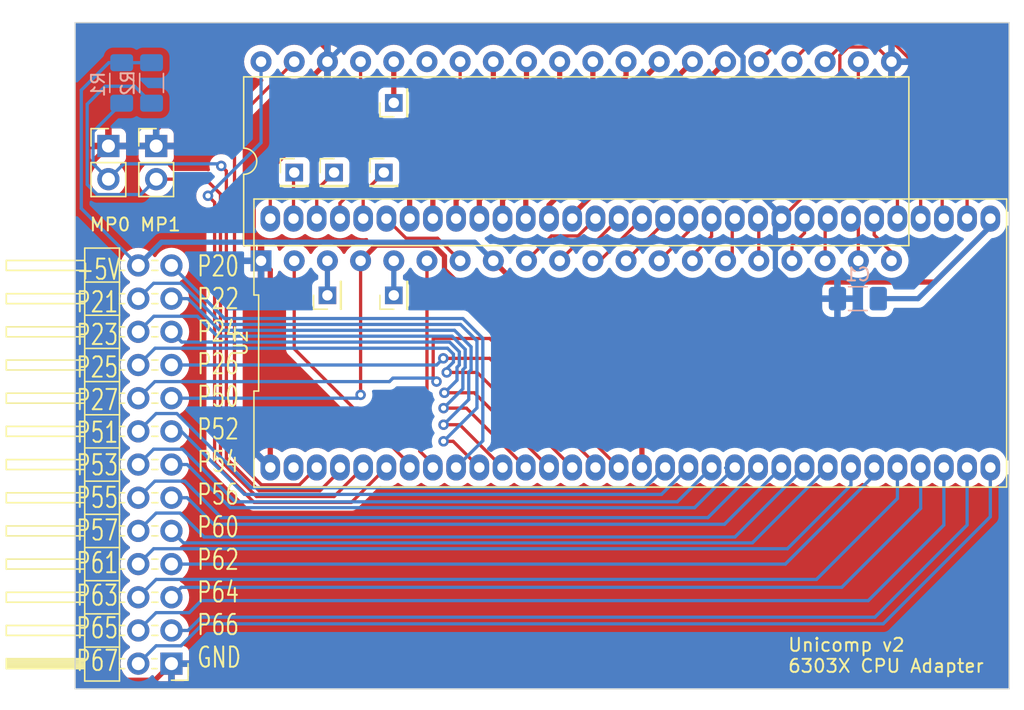
<source format=kicad_pcb>
(kicad_pcb (version 20240108) (generator "pcbnew") (generator_version "8.0")
  (layers (0 "F.Cu" signal) (31 "B.Cu" signal) (34 "B.Paste" user) (35 "F.Paste" user) (36 "B.SilkS" user "B.Silkscreen") (37 "F.SilkS" user "F.Silkscreen") (38 "B.Mask" user) (39 "F.Mask" user) (44 "Edge.Cuts" user))
  (net 0 "")
  (net 1 "+5V")
  (net 2 "GND")
  (net 3 "/P20")
  (net 4 "/P21")
  (net 5 "/P22")
  (net 6 "/~{NMI}")
  (net 7 "/~{IRQ1}")
  (net 8 "/~{RST}")
  (net 9 "/P23")
  (net 10 "/P24")
  (net 11 "/A15")
  (net 12 "/A14")
  (net 13 "/A13")
  (net 14 "/A12")
  (net 15 "/A11")
  (net 16 "/A10")
  (net 17 "/A9")
  (net 18 "/A8")
  (net 19 "/D7")
  (net 20 "/D6")
  (net 21 "/D5")
  (net 22 "/D4")
  (net 23 "/D3")
  (net 24 "/D2")
  (net 25 "/D1")
  (net 26 "/D0")
  (net 27 "/R{slash}~{W}")
  (net 28 "Net-(J6-Pin_1)")
  (net 29 "/A0")
  (net 30 "/A1")
  (net 31 "/A2")
  (net 32 "/A3")
  (net 33 "/A4")
  (net 34 "/A5")
  (net 35 "/A6")
  (net 36 "/A7")
  (net 37 "/PHI2")
  (net 38 "/CPUCLK")
  (net 39 "+5C")
  (net 40 "/MP0")
  (net 41 "/MP1")
  (net 43 "Net-(J3-Pin_1)")
  (net 44 "Net-(J4-Pin_1)")
  (net 45 "/~{HALT}")
  (net 46 "/BA")
  (net 47 "/P25")
  (net 48 "/P26")
  (net 49 "/P27")
  (net 50 "/P51")
  (net 51 "/P52")
  (net 52 "/P53")
  (net 53 "/P54")
  (net 54 "/P55")
  (net 55 "/P56")
  (net 56 "/P57")
  (net 57 "/P60")
  (net 58 "/P61")
  (net 59 "/P62")
  (net 60 "/P63")
  (net 61 "/P64")
  (net 62 "/P65")
  (net 63 "/P66")
  (net 64 "/P67")
  (net 65 "/~{LIR}")
  (net 66 "/~{WR}")
  (net 67 "/~{RD}")
  (footprint "Connector_PinHeader_2.54mm:PinHeader_1x02_P2.54mm_Vertical" (layer "F.Cu") (at 162.052 43.942)
    (property "Reference" "JP1" (hide yes))
    (property "Value" "Mode" (hide yes))
    (pad "1" thru_hole rect (at 0 0) (size 1.7 1.7) (drill 1) (layers "*.Cu" "*.Mask") (net 2 "GND"))
    (pad "2" thru_hole oval (at 0 2.54) (size 1.7 1.7) (drill 1) (layers "*.Cu" "*.Mask") (net 40 "/MP0"))
  )
  (footprint "Connector_PinHeader_2.00mm:PinHeader_1x01_P2.00mm_Vertical" (layer "F.Cu") (at 183.896 40.64 90)
    (property "Reference" "J4" (hide yes))
    (property "Value" ".")
    (pad "1" thru_hole rect (at 0 0 90) (size 1.35 1.35) (drill 0.8) (layers "*.Cu" "*.Mask") (net 44 "Net-(J4-Pin_1)"))
  )
  (footprint "Package_DIP:DIP-40_W15.24mm" (layer "F.Cu") (at 173.736 52.7304 90)
    (property "Reference" "U3" (hide yes))
    (property "Value" "MC6802")
    (pad "1" thru_hole rect (at 0 0 90) (size 1.6 1.6) (drill 0.8) (layers "*.Cu" "*.Mask") (net 2 "GND"))
    (pad "2" thru_hole oval (at 0 2.54 90) (size 1.6 1.6) (drill 0.8) (layers "*.Cu" "*.Mask") (net 45 "/~{HALT}"))
    (pad "3" thru_hole oval (at 0 5.08 90) (size 1.6 1.6) (drill 0.8) (layers "*.Cu" "*.Mask") (net 43 "Net-(J3-Pin_1)"))
    (pad "4" thru_hole oval (at 0 7.62 90) (size 1.6 1.6) (drill 0.8) (layers "*.Cu" "*.Mask") (net 7 "/~{IRQ1}"))
    (pad "5" thru_hole oval (at 0 10.16 90) (size 1.6 1.6) (drill 0.8) (layers "*.Cu" "*.Mask") (net 28 "Net-(J6-Pin_1)"))
    (pad "6" thru_hole oval (at 0 12.7 90) (size 1.6 1.6) (drill 0.8) (layers "*.Cu" "*.Mask") (net 6 "/~{NMI}"))
    (pad "7" thru_hole oval (at 0 15.24 90) (size 1.6 1.6) (drill 0.8) (layers "*.Cu" "*.Mask") (net 46 "/BA"))
    (pad "8" thru_hole oval (at 0 17.78 90) (size 1.6 1.6) (drill 0.8) (layers "*.Cu" "*.Mask") (net 1 "+5V"))
    (pad "9" thru_hole oval (at 0 20.32 90) (size 1.6 1.6) (drill 0.8) (layers "*.Cu" "*.Mask") (net 29 "/A0"))
    (pad "10" thru_hole oval (at 0 22.86 90) (size 1.6 1.6) (drill 0.8) (layers "*.Cu" "*.Mask") (net 30 "/A1"))
    (pad "11" thru_hole oval (at 0 25.4 90) (size 1.6 1.6) (drill 0.8) (layers "*.Cu" "*.Mask") (net 31 "/A2"))
    (pad "12" thru_hole oval (at 0 27.94 90) (size 1.6 1.6) (drill 0.8) (layers "*.Cu" "*.Mask") (net 32 "/A3"))
    (pad "13" thru_hole oval (at 0 30.48 90) (size 1.6 1.6) (drill 0.8) (layers "*.Cu" "*.Mask") (net 33 "/A4"))
    (pad "14" thru_hole oval (at 0 33.02 90) (size 1.6 1.6) (drill 0.8) (layers "*.Cu" "*.Mask") (net 34 "/A5"))
    (pad "15" thru_hole oval (at 0 35.56 90) (size 1.6 1.6) (drill 0.8) (layers "*.Cu" "*.Mask") (net 35 "/A6"))
    (pad "16" thru_hole oval (at 0 38.1 90) (size 1.6 1.6) (drill 0.8) (layers "*.Cu" "*.Mask") (net 36 "/A7"))
    (pad "17" thru_hole oval (at 0 40.64 90) (size 1.6 1.6) (drill 0.8) (layers "*.Cu" "*.Mask") (net 18 "/A8"))
    (pad "18" thru_hole oval (at 0 43.18 90) (size 1.6 1.6) (drill 0.8) (layers "*.Cu" "*.Mask") (net 17 "/A9"))
    (pad "19" thru_hole oval (at 0 45.72 90) (size 1.6 1.6) (drill 0.8) (layers "*.Cu" "*.Mask") (net 16 "/A10"))
    (pad "20" thru_hole oval (at 0 48.26 90) (size 1.6 1.6) (drill 0.8) (layers "*.Cu" "*.Mask") (net 15 "/A11"))
    (pad "21" thru_hole oval (at 15.24 48.26 90) (size 1.6 1.6) (drill 0.8) (layers "*.Cu" "*.Mask") (net 2 "GND"))
    (pad "22" thru_hole oval (at 15.24 45.72 90) (size 1.6 1.6) (drill 0.8) (layers "*.Cu" "*.Mask") (net 14 "/A12"))
    (pad "23" thru_hole oval (at 15.24 43.18 90) (size 1.6 1.6) (drill 0.8) (layers "*.Cu" "*.Mask") (net 13 "/A13"))
    (pad "24" thru_hole oval (at 15.24 40.64 90) (size 1.6 1.6) (drill 0.8) (layers "*.Cu" "*.Mask") (net 12 "/A14"))
    (pad "25" thru_hole oval (at 15.24 38.1 90) (size 1.6 1.6) (drill 0.8) (layers "*.Cu" "*.Mask") (net 11 "/A15"))
    (pad "26" thru_hole oval (at 15.24 35.56 90) (size 1.6 1.6) (drill 0.8) (layers "*.Cu" "*.Mask") (net 19 "/D7"))
    (pad "27" thru_hole oval (at 15.24 33.02 90) (size 1.6 1.6) (drill 0.8) (layers "*.Cu" "*.Mask") (net 20 "/D6"))
    (pad "28" thru_hole oval (at 15.24 30.48 90) (size 1.6 1.6) (drill 0.8) (layers "*.Cu" "*.Mask") (net 21 "/D5"))
    (pad "29" thru_hole oval (at 15.24 27.94 90) (size 1.6 1.6) (drill 0.8) (layers "*.Cu" "*.Mask") (net 22 "/D4"))
    (pad "30" thru_hole oval (at 15.24 25.4 90) (size 1.6 1.6) (drill 0.8) (layers "*.Cu" "*.Mask") (net 23 "/D3"))
    (pad "31" thru_hole oval (at 15.24 22.86 90) (size 1.6 1.6) (drill 0.8) (layers "*.Cu" "*.Mask") (net 24 "/D2"))
    (pad "32" thru_hole oval (at 15.24 20.32 90) (size 1.6 1.6) (drill 0.8) (layers "*.Cu" "*.Mask") (net 25 "/D1"))
    (pad "33" thru_hole oval (at 15.24 17.78 90) (size 1.6 1.6) (drill 0.8) (layers "*.Cu" "*.Mask") (net 26 "/D0"))
    (pad "34" thru_hole oval (at 15.24 15.24 90) (size 1.6 1.6) (drill 0.8) (layers "*.Cu" "*.Mask") (net 27 "/R{slash}~{W}"))
    (pad "35" thru_hole oval (at 15.24 12.7 90) (size 1.6 1.6) (drill 0.8) (layers "*.Cu" "*.Mask") (net 39 "+5C"))
    (pad "36" thru_hole oval (at 15.24 10.16 90) (size 1.6 1.6) (drill 0.8) (layers "*.Cu" "*.Mask") (net 44 "Net-(J4-Pin_1)"))
    (pad "37" thru_hole oval (at 15.24 7.62 90) (size 1.6 1.6) (drill 0.8) (layers "*.Cu" "*.Mask") (net 37 "/PHI2"))
    (pad "38" thru_hole oval (at 15.24 5.08 90) (size 1.6 1.6) (drill 0.8) (layers "*.Cu" "*.Mask") (net 2 "GND"))
    (pad "39" thru_hole oval (at 15.24 2.54 90) (size 1.6 1.6) (drill 0.8) (layers "*.Cu" "*.Mask") (net 38 "/CPUCLK"))
    (pad "40" thru_hole oval (at 15.24 0 90) (size 1.6 1.6) (drill 0.8) (layers "*.Cu" "*.Mask") (net 8 "/~{RST}"))
  )
  (footprint "Connector_PinHeader_2.54mm:PinHeader_2x13_P2.54mm_Horizontal" (layer "F.Cu") (at 166.878 83.566 180)
    (property "Reference" "J1" (hide yes))
    (property "Value" "Conn_02x13_Odd_Even" (hide yes))
    (pad "1" thru_hole rect (at 0 0 180) (size 1.7 1.7) (drill 1) (layers "*.Cu" "*.Mask") (net 2 "GND"))
    (pad "2" thru_hole oval (at 2.54 0 180) (size 1.7 1.7) (drill 1) (layers "*.Cu" "*.Mask") (net 64 "/P67"))
    (pad "3" thru_hole oval (at 0 2.54 180) (size 1.7 1.7) (drill 1) (layers "*.Cu" "*.Mask") (net 63 "/P66"))
    (pad "4" thru_hole oval (at 2.54 2.54 180) (size 1.7 1.7) (drill 1) (layers "*.Cu" "*.Mask") (net 62 "/P65"))
    (pad "5" thru_hole oval (at 0 5.08 180) (size 1.7 1.7) (drill 1) (layers "*.Cu" "*.Mask") (net 61 "/P64"))
    (pad "6" thru_hole oval (at 2.54 5.08 180) (size 1.7 1.7) (drill 1) (layers "*.Cu" "*.Mask") (net 60 "/P63"))
    (pad "7" thru_hole oval (at 0 7.62 180) (size 1.7 1.7) (drill 1) (layers "*.Cu" "*.Mask") (net 59 "/P62"))
    (pad "8" thru_hole oval (at 2.54 7.62 180) (size 1.7 1.7) (drill 1) (layers "*.Cu" "*.Mask") (net 58 "/P61"))
    (pad "9" thru_hole oval (at 0 10.16 180) (size 1.7 1.7) (drill 1) (layers "*.Cu" "*.Mask") (net 57 "/P60"))
    (pad "10" thru_hole oval (at 2.54 10.16 180) (size 1.7 1.7) (drill 1) (layers "*.Cu" "*.Mask") (net 56 "/P57"))
    (pad "11" thru_hole oval (at 0 12.7 180) (size 1.7 1.7) (drill 1) (layers "*.Cu" "*.Mask") (net 55 "/P56"))
    (pad "12" thru_hole oval (at 2.54 12.7 180) (size 1.7 1.7) (drill 1) (layers "*.Cu" "*.Mask") (net 54 "/P55"))
    (pad "13" thru_hole oval (at 0 15.24 180) (size 1.7 1.7) (drill 1) (layers "*.Cu" "*.Mask") (net 53 "/P54"))
    (pad "14" thru_hole oval (at 2.54 15.24 180) (size 1.7 1.7) (drill 1) (layers "*.Cu" "*.Mask") (net 52 "/P53"))
    (pad "15" thru_hole oval (at 0 17.78 180) (size 1.7 1.7) (drill 1) (layers "*.Cu" "*.Mask") (net 51 "/P52"))
    (pad "16" thru_hole oval (at 2.54 17.78 180) (size 1.7 1.7) (drill 1) (layers "*.Cu" "*.Mask") (net 50 "/P51"))
    (pad "17" thru_hole oval (at 0 20.32 180) (size 1.7 1.7) (drill 1) (layers "*.Cu" "*.Mask") (net 7 "/~{IRQ1}"))
    (pad "18" thru_hole oval (at 2.54 20.32 180) (size 1.7 1.7) (drill 1) (layers "*.Cu" "*.Mask") (net 49 "/P27"))
    (pad "19" thru_hole oval (at 0 22.86 180) (size 1.7 1.7) (drill 1) (layers "*.Cu" "*.Mask") (net 48 "/P26"))
    (pad "20" thru_hole oval (at 2.54 22.86 180) (size 1.7 1.7) (drill 1) (layers "*.Cu" "*.Mask") (net 47 "/P25"))
    (pad "21" thru_hole oval (at 0 25.4 180) (size 1.7 1.7) (drill 1) (layers "*.Cu" "*.Mask") (net 10 "/P24"))
    (pad "22" thru_hole oval (at 2.54 25.4 180) (size 1.7 1.7) (drill 1) (layers "*.Cu" "*.Mask") (net 9 "/P23"))
    (pad "23" thru_hole oval (at 0 27.94 180) (size 1.7 1.7) (drill 1) (layers "*.Cu" "*.Mask") (net 5 "/P22"))
    (pad "24" thru_hole oval (at 2.54 27.94 180) (size 1.7 1.7) (drill 1) (layers "*.Cu" "*.Mask") (net 4 "/P21"))
    (pad "25" thru_hole oval (at 0 30.48 180) (size 1.7 1.7) (drill 1) (layers "*.Cu" "*.Mask") (net 3 "/P20"))
    (pad "26" thru_hole oval (at 2.54 30.48 180) (size 1.7 1.7) (drill 1) (layers "*.Cu" "*.Mask") (net 1 "+5V"))
  )
  (footprint "my_own_conn:DIP-64_W19.05mm_P1.77" (layer "F.Cu") (at 174.442 68.55 90)
    (property "Reference" "U2" (at 9.525 -2.25 90) (layer "F.SilkS"))
    (property "Value" "HD6303XP")
    (pad "1" thru_hole oval (at 0 0) (size 1.5 2) (drill 0.8) (layers "*.Cu" "*.Mask") (net 2 "GND"))
    (pad "2" thru_hole oval (at 0 1.778) (size 1.5 2) (drill 0.8) (layers "*.Cu" "*.Mask"))
    (pad "3" thru_hole oval (at 0 3.556) (size 1.5 2) (drill 0.8) (layers "*.Cu" "*.Mask") (net 38 "/CPUCLK"))
    (pad "4" thru_hole oval (at 0 5.334) (size 1.5 2) (drill 0.8) (layers "*.Cu" "*.Mask") (net 40 "/MP0"))
    (pad "5" thru_hole oval (at 0 7.112) (size 1.5 2) (drill 0.8) (layers "*.Cu" "*.Mask") (net 41 "/MP1"))
    (pad "6" thru_hole oval (at 0 8.89) (size 1.5 2) (drill 0.8) (layers "*.Cu" "*.Mask") (net 8 "/~{RST}"))
    (pad "7" thru_hole oval (at 0 10.668) (size 1.5 2) (drill 0.8) (layers "*.Cu" "*.Mask") (net 45 "/~{HALT}"))
    (pad "8" thru_hole oval (at 0 12.446) (size 1.5 2) (drill 0.8) (layers "*.Cu" "*.Mask") (net 6 "/~{NMI}"))
    (pad "9" thru_hole oval (at 0 14.224) (size 1.5 2) (drill 0.8) (layers "*.Cu" "*.Mask") (net 3 "/P20"))
    (pad "10" thru_hole oval (at 0 16.002) (size 1.5 2) (drill 0.8) (layers "*.Cu" "*.Mask") (net 4 "/P21"))
    (pad "11" thru_hole oval (at 0 17.78) (size 1.5 2) (drill 0.8) (layers "*.Cu" "*.Mask") (net 5 "/P22"))
    (pad "12" thru_hole oval (at 0 19.558) (size 1.5 2) (drill 0.8) (layers "*.Cu" "*.Mask") (net 9 "/P23"))
    (pad "13" thru_hole oval (at 0 21.336) (size 1.5 2) (drill 0.8) (layers "*.Cu" "*.Mask") (net 10 "/P24"))
    (pad "14" thru_hole oval (at 0 23.114) (size 1.5 2) (drill 0.8) (layers "*.Cu" "*.Mask") (net 47 "/P25"))
    (pad "15" thru_hole oval (at 0 24.892) (size 1.5 2) (drill 0.8) (layers "*.Cu" "*.Mask") (net 48 "/P26"))
    (pad "16" thru_hole oval (at 0 26.67) (size 1.5 2) (drill 0.8) (layers "*.Cu" "*.Mask") (net 49 "/P27"))
    (pad "17" thru_hole oval (at 0 28.448) (size 1.5 2) (drill 0.8) (layers "*.Cu" "*.Mask") (net 7 "/~{IRQ1}"))
    (pad "18" thru_hole oval (at 0 30.226) (size 1.5 2) (drill 0.8) (layers "*.Cu" "*.Mask") (net 50 "/P51"))
    (pad "19" thru_hole oval (at 0 32.004) (size 1.5 2) (drill 0.8) (layers "*.Cu" "*.Mask") (net 51 "/P52"))
    (pad "20" thru_hole oval (at 0 33.782) (size 1.5 2) (drill 0.8) (layers "*.Cu" "*.Mask") (net 52 "/P53"))
    (pad "21" thru_hole oval (at 0 35.56) (size 1.5 2) (drill 0.8) (layers "*.Cu" "*.Mask") (net 53 "/P54"))
    (pad "22" thru_hole oval (at 0 37.338) (size 1.5 2) (drill 0.8) (layers "*.Cu" "*.Mask") (net 54 "/P55"))
    (pad "23" thru_hole oval (at 0 39.116) (size 1.5 2) (drill 0.8) (layers "*.Cu" "*.Mask") (net 55 "/P56"))
    (pad "24" thru_hole oval (at 0 40.894) (size 1.5 2) (drill 0.8) (layers "*.Cu" "*.Mask") (net 56 "/P57"))
    (pad "25" thru_hole oval (at 0 42.672) (size 1.5 2) (drill 0.8) (layers "*.Cu" "*.Mask") (net 57 "/P60"))
    (pad "26" thru_hole oval (at 0 44.45) (size 1.5 2) (drill 0.8) (layers "*.Cu" "*.Mask") (net 58 "/P61"))
    (pad "27" thru_hole oval (at 0 46.228) (size 1.5 2) (drill 0.8) (layers "*.Cu" "*.Mask") (net 59 "/P62"))
    (pad "28" thru_hole oval (at 0 48.006) (size 1.5 2) (drill 0.8) (layers "*.Cu" "*.Mask") (net 60 "/P63"))
    (pad "29" thru_hole oval (at 0 49.784) (size 1.5 2) (drill 0.8) (layers "*.Cu" "*.Mask") (net 61 "/P64"))
    (pad "30" thru_hole oval (at 0 51.562) (size 1.5 2) (drill 0.8) (layers "*.Cu" "*.Mask") (net 62 "/P65"))
    (pad "31" thru_hole oval (at 0 53.34) (size 1.5 2) (drill 0.8) (layers "*.Cu" "*.Mask") (net 63 "/P66"))
    (pad "32" thru_hole oval (at 0 55.118) (size 1.5 2) (drill 0.8) (layers "*.Cu" "*.Mask") (net 64 "/P67"))
    (pad "33" thru_hole oval (at 19.05 55.118) (size 1.5 2) (drill 0.8) (layers "*.Cu" "*.Mask") (net 1 "+5V"))
    (pad "34" thru_hole oval (at 19.05 53.34) (size 1.5 2) (drill 0.8) (layers "*.Cu" "*.Mask") (net 11 "/A15"))
    (pad "35" thru_hole oval (at 19.05 51.562) (size 1.5 2) (drill 0.8) (layers "*.Cu" "*.Mask") (net 12 "/A14"))
    (pad "36" thru_hole oval (at 19.05 49.784) (size 1.5 2) (drill 0.8) (layers "*.Cu" "*.Mask") (net 13 "/A13"))
    (pad "37" thru_hole oval (at 19.05 48.006) (size 1.5 2) (drill 0.8) (layers "*.Cu" "*.Mask") (net 14 "/A12"))
    (pad "38" thru_hole oval (at 19.05 46.228) (size 1.5 2) (drill 0.8) (layers "*.Cu" "*.Mask") (net 15 "/A11"))
    (pad "39" thru_hole oval (at 19.05 44.45) (size 1.5 2) (drill 0.8) (layers "*.Cu" "*.Mask") (net 16 "/A10"))
    (pad "40" thru_hole oval (at 19.05 42.672) (size 1.5 2) (drill 0.8) (layers "*.Cu" "*.Mask") (net 17 "/A9"))
    (pad "41" thru_hole oval (at 19.05 40.894) (size 1.5 2) (drill 0.8) (layers "*.Cu" "*.Mask") (net 18 "/A8"))
    (pad "42" thru_hole oval (at 19.05 39.116) (size 1.5 2) (drill 0.8) (layers "*.Cu" "*.Mask") (net 2 "GND"))
    (pad "43" thru_hole oval (at 19.05 37.338) (size 1.5 2) (drill 0.8) (layers "*.Cu" "*.Mask") (net 36 "/A7"))
    (pad "44" thru_hole oval (at 19.05 35.56) (size 1.5 2) (drill 0.8) (layers "*.Cu" "*.Mask") (net 35 "/A6"))
    (pad "45" thru_hole oval (at 19.05 33.782) (size 1.5 2) (drill 0.8) (layers "*.Cu" "*.Mask") (net 34 "/A5"))
    (pad "46" thru_hole oval (at 19.05 32.004) (size 1.5 2) (drill 0.8) (layers "*.Cu" "*.Mask") (net 33 "/A4"))
    (pad "47" thru_hole oval (at 19.05 30.226) (size 1.5 2) (drill 0.8) (layers "*.Cu" "*.Mask") (net 32 "/A3"))
    (pad "48" thru_hole oval (at 19.05 28.448) (size 1.5 2) (drill 0.8) (layers "*.Cu" "*.Mask") (net 31 "/A2"))
    (pad "49" thru_hole oval (at 19.05 26.67) (size 1.5 2) (drill 0.8) (layers "*.Cu" "*.Mask") (net 30 "/A1"))
    (pad "50" thru_hole oval (at 19.05 24.892) (size 1.5 2) (drill 0.8) (layers "*.Cu" "*.Mask") (net 29 "/A0"))
    (pad "51" thru_hole oval (at 19.05 23.114) (size 1.5 2) (drill 0.8) (layers "*.Cu" "*.Mask") (net 19 "/D7"))
    (pad "52" thru_hole oval (at 19.05 21.336) (size 1.5 2) (drill 0.8) (layers "*.Cu" "*.Mask") (net 20 "/D6"))
    (pad "53" thru_hole oval (at 19.05 19.558) (size 1.5 2) (drill 0.8) (layers "*.Cu" "*.Mask") (net 21 "/D5"))
    (pad "54" thru_hole oval (at 19.05 17.78) (size 1.5 2) (drill 0.8) (layers "*.Cu" "*.Mask") (net 22 "/D4"))
    (pad "55" thru_hole oval (at 19.05 16.002) (size 1.5 2) (drill 0.8) (layers "*.Cu" "*.Mask") (net 23 "/D3"))
    (pad "56" thru_hole oval (at 19.05 14.224) (size 1.5 2) (drill 0.8) (layers "*.Cu" "*.Mask") (net 24 "/D2"))
    (pad "57" thru_hole oval (at 19.05 12.446) (size 1.5 2) (drill 0.8) (layers "*.Cu" "*.Mask") (net 25 "/D1"))
    (pad "58" thru_hole oval (at 19.05 10.668) (size 1.5 2) (drill 0.8) (layers "*.Cu" "*.Mask") (net 26 "/D0"))
    (pad "59" thru_hole oval (at 19.05 8.89) (size 1.5 2) (drill 0.8) (layers "*.Cu" "*.Mask") (net 46 "/BA"))
    (pad "60" thru_hole oval (at 19.05 7.112) (size 1.5 2) (drill 0.8) (layers "*.Cu" "*.Mask") (net 65 "/~{LIR}"))
    (pad "61" thru_hole oval (at 19.05 5.334) (size 1.5 2) (drill 0.8) (layers "*.Cu" "*.Mask") (net 27 "/R{slash}~{W}"))
    (pad "62" thru_hole oval (at 19.05 3.556) (size 1.5 2) (drill 0.8) (layers "*.Cu" "*.Mask") (net 66 "/~{WR}"))
    (pad "63" thru_hole oval (at 19.05 1.778) (size 1.5 2) (drill 0.8) (layers "*.Cu" "*.Mask") (net 67 "/~{RD}"))
    (pad "64" thru_hole oval (at 19.05 0) (size 1.5 2) (drill 0.8) (layers "*.Cu" "*.Mask") (net 37 "/PHI2"))
  )
  (footprint "Connector_PinHeader_2.54mm:PinHeader_1x02_P2.54mm_Vertical" (layer "F.Cu") (at 165.7096 43.942)
    (property "Reference" "JP2" (hide yes))
    (property "Value" "Mode" (hide yes))
    (pad "1" thru_hole rect (at 0 0) (size 1.7 1.7) (drill 1) (layers "*.Cu" "*.Mask") (net 2 "GND"))
    (pad "2" thru_hole oval (at 0 2.54) (size 1.7 1.7) (drill 1) (layers "*.Cu" "*.Mask") (net 41 "/MP1"))
  )
  (footprint "Connector_PinHeader_2.00mm:PinHeader_1x01_P2.00mm_Vertical" (layer "F.Cu") (at 183.134 45.974)
    (property "Reference" "J7" (hide yes))
    (property "Value" ".")
    (pad "1" thru_hole rect (at 0 0) (size 1.35 1.35) (drill 0.8) (layers "*.Cu" "*.Mask") (net 65 "/~{LIR}"))
  )
  (footprint "Connector_PinHeader_2.00mm:PinHeader_1x01_P2.00mm_Vertical" (layer "F.Cu") (at 183.896 55.372 90)
    (property "Reference" "J6" (hide yes))
    (property "Value" ".")
    (pad "1" thru_hole rect (at 0 0 90) (size 1.35 1.35) (drill 0.8) (layers "*.Cu" "*.Mask") (net 28 "Net-(J6-Pin_1)"))
  )
  (footprint "Connector_PinHeader_2.00mm:PinHeader_1x01_P2.00mm_Vertical" (layer "F.Cu") (at 179.324 45.974)
    (property "Reference" "J9" (hide yes))
    (property "Value" ".")
    (pad "1" thru_hole rect (at 0 0) (size 1.35 1.35) (drill 0.8) (layers "*.Cu" "*.Mask") (net 66 "/~{WR}"))
  )
  (footprint "Connector_PinHeader_2.00mm:PinHeader_1x01_P2.00mm_Vertical" (layer "F.Cu") (at 176.276 45.974)
    (property "Reference" "J8" (hide yes))
    (property "Value" ".")
    (pad "1" thru_hole rect (at 0 0) (size 1.35 1.35) (drill 0.8) (layers "*.Cu" "*.Mask") (net 67 "/~{RD}"))
  )
  (footprint "Connector_PinHeader_2.00mm:PinHeader_1x01_P2.00mm_Vertical" (layer "F.Cu") (at 178.816 55.372 90)
    (property "Reference" "J3" (hide yes))
    (property "Value" ".")
    (pad "1" thru_hole rect (at 0 0 90) (size 1.35 1.35) (drill 0.8) (layers "*.Cu" "*.Mask") (net 43 "Net-(J3-Pin_1)"))
  )
  (footprint "Capacitor_SMD:C_1206_3216Metric_Pad1.33x1.80mm_HandSolder" (layer "B.Cu") (at 219.4175 55.626 180)
    (property "Reference" "C1" (at 0 1.85 0) (layer "B.SilkS") (effects (justify mirror)))
    (property "Value" "100n" (hide yes))
    (pad "1" smd roundrect (at -1.5625 0 180) (size 1.325 1.8) (layers "B.Cu" "B.Paste" "B.Mask") (roundrect_rratio 0.1886792453) (net 1 "+5V"))
    (pad "2" smd roundrect (at 1.5625 0 180) (size 1.325 1.8) (layers "B.Cu" "B.Paste" "B.Mask") (roundrect_rratio 0.1886792453) (net 2 "GND"))
  )
  (footprint "Resistor_SMD:R_1206_3216Metric_Pad1.30x1.75mm_HandSolder" (layer "B.Cu") (at 163.068 39.116 -90)
    (property "Reference" "R1" (at 0.1156 1.8064 90) (layer "B.SilkS") (effects (justify mirror)))
    (property "Value" "22k")
    (pad "1" smd roundrect (at -1.55 0 270) (size 1.3 1.75) (layers "B.Cu" "B.Paste" "B.Mask") (roundrect_rratio 0.1923076923) (net 1 "+5V"))
    (pad "2" smd roundrect (at 1.55 0 270) (size 1.3 1.75) (layers "B.Cu" "B.Paste" "B.Mask") (roundrect_rratio 0.1923076923) (net 40 "/MP0"))
  )
  (footprint "Resistor_SMD:R_1206_3216Metric_Pad1.30x1.75mm_HandSolder" (layer "B.Cu") (at 165.354 39.116 -90)
    (property "Reference" "R2" (at 0 1.82 90) (layer "B.SilkS") (effects (justify mirror)))
    (property "Value" "22k")
    (pad "1" smd roundrect (at -1.55 0 270) (size 1.3 1.75) (layers "B.Cu" "B.Paste" "B.Mask") (roundrect_rratio 0.1923076923) (net 1 "+5V"))
    (pad "2" smd roundrect (at 1.55 0 270) (size 1.3 1.75) (layers "B.Cu" "B.Paste" "B.Mask") (roundrect_rratio 0.1923076923) (net 41 "/MP1"))
  )
  (gr_rect (start 159.5 34.5) (end 231 85.5) (stroke (width 0.1)) (fill none) (layer "Edge.Cuts"))
  (gr_text "MP0 MP1\n" (at 160.528 50.541 0) (layer "F.SilkS") (effects (font (size 1 1)) (justify left bottom)))
  (gr_text "+5V\nP21\nP23\nP25\nP27\nP51\nP53\nP55\nP57\nP61\nP63\nP65\nP67" (at 159.5 84.25 0) (layer "F.SilkS") (effects (font (size 1.55 1.1)) (justify left bottom)))
  (gr_text "Unicomp v2\n6303X CPU Adapter" (at 213.995 84.328 0) (layer "F.SilkS") (effects (font (size 1 1)) (justify left bottom)))
  (gr_text "P20\nP22\nP24\nP26\nP50\nP52\nP54\nP56\nP60\nP62\nP64\nP66\nGND\n" (at 168.75 84 0) (layer "F.SilkS") (effects (font (size 1.55 1.1)) (justify left bottom)))
  (segment (start 225.298 54.356) (end 229.56 50.094) (width 0.4) (layer "F.Cu") (net 1))
  (segment (start 191.516 52.7304) (end 193.1416 54.356) (width 0.4) (layer "F.Cu") (net 1))
  (segment (start 193.1416 54.356) (end 225.298 54.356) (width 0.4) (layer "F.Cu") (net 1))
  (segment (start 229.56 50.094) (end 229.56 49.5) (width 0.4) (layer "F.Cu") (net 1))
  (segment (start 163.068 37.566) (end 162.078 37.566) (width 0.25) (layer "B.Cu") (net 1))
  (segment (start 229.56 50.094) (end 229.56 49.5) (width 0.4) (layer "B.Cu") (net 1))
  (segment (start 159.977 48.725) (end 164.338 53.086) (width 0.25) (layer "B.Cu") (net 1))
  (segment (start 220.98 55.626) (end 224.028 55.626) (width 0.4) (layer "B.Cu") (net 1))
  (segment (start 163.068 37.566) (end 165.354 37.566) (width 0.25) (layer "B.Cu") (net 1))
  (segment (start 164.338 53.086) (end 166.116 51.308) (width 0.4) (layer "B.Cu") (net 1))
  (segment (start 166.116 51.308) (end 190.0936 51.308) (width 0.4) (layer "B.Cu") (net 1))
  (segment (start 190.0936 51.308) (end 191.516 52.7304) (width 0.4) (layer "B.Cu") (net 1))
  (segment (start 162.078 37.566) (end 159.977 39.667) (width 0.25) (layer "B.Cu") (net 1))
  (segment (start 159.977 39.667) (end 159.977 48.725) (width 0.25) (layer "B.Cu") (net 1))
  (segment (start 224.028 55.626) (end 229.56 50.094) (width 0.4) (layer "B.Cu") (net 1))
  (segment (start 163.322 84.836) (end 160.528 82.042) (width 0.4) (layer "F.Cu") (net 2))
  (segment (start 178.816 36.576) (end 178.816 37.4904) (width 0.4) (layer "F.Cu") (net 2))
  (segment (start 174.442 53.4364) (end 173.736 52.7304) (width 0.4) (layer "F.Cu") (net 2))
  (segment (start 178.054 35.814) (end 178.816 36.576) (width 0.4) (layer "F.Cu") (net 2))
  (segment (start 174.442 68.55) (end 174.442 53.4364) (width 0.4) (layer "F.Cu") (net 2))
  (segment (start 218.041 37.001796) (end 218.041 45.017) (width 0.25) (layer "F.Cu") (net 2))
  (segment (start 165.7096 43.942) (end 165.7096 42.692) (width 0.4) (layer "F.Cu") (net 2))
  (segment (start 160.528 45.466) (end 162.052 43.942) (width 0.4) (layer "F.Cu") (net 2))
  (segment (start 165.608 84.836) (end 163.322 84.836) (width 0.4) (layer "F.Cu") (net 2))
  (segment (start 220.871 36.3654) (end 218.677396 36.3654) (width 0.25) (layer "F.Cu") (net 2))
  (segment (start 178.816 37.4904) (end 173.136 43.1704) (width 0.4) (layer "F.Cu") (net 2))
  (segment (start 218.041 45.017) (end 213.558 49.5) (width 0.25) (layer "F.Cu") (net 2))
  (segment (start 162.052 43.942) (end 165.7096 43.942) (width 0.4) (layer "F.Cu") (net 2))
  (segment (start 165.7096 42.692) (end 172.5876 35.814) (width 0.4) (layer "F.Cu") (net 2))
  (segment (start 160.528 82.042) (end 160.528 45.466) (width 0.4) (layer "F.Cu") (net 2))
  (segment (start 166.878 83.566) (end 165.608 84.836) (width 0.4) (layer "F.Cu") (net 2))
  (segment (start 173.136 43.1704) (end 173.136 52.1304) (width 0.4) (layer "F.Cu") (net 2))
  (segment (start 218.677396 36.3654) (end 218.041 37.001796) (width 0.25) (layer "F.Cu") (net 2))
  (segment (start 173.136 52.1304) (end 173.736 52.7304) (width 0.4) (layer "F.Cu") (net 2))
  (segment (start 221.996 37.4904) (end 220.871 36.3654) (width 0.25) (layer "F.Cu") (net 2))
  (segment (start 172.5876 35.814) (end 178.054 35.814) (width 0.4) (layer "F.Cu") (net 2))
  (segment (start 180.4924 35.814) (end 209.316657 35.814) (width 0.4) (layer "B.Cu") (net 2))
  (segment (start 213.106 49.952) (end 213.558 49.5) (width 0.4) (layer "B.Cu") (net 2))
  (segment (start 217.855 55.626) (end 215.434543 55.626) (width 0.4) (layer "B.Cu") (net 2))
  (segment (start 215.434543 55.626) (end 213.106 53.297457) (width 0.4) (layer "B.Cu") (net 2))
  (segment (start 213.558 49.25) (end 213.558 49.5) (width 0.4) (layer "B.Cu") (net 2))
  (segment (start 210.636 37.133343) (end 210.636 46.328) (width 0.4) (layer "B.Cu") (net 2))
  (segment (start 209.316657 35.814) (end 210.636 37.133343) (width 0.4) (layer "B.Cu") (net 2))
  (segment (start 213.106 53.297457) (end 213.106 49.952) (width 0.4) (layer "B.Cu") (net 2))
  (segment (start 210.636 46.328) (end 213.558 49.25) (width 0.4) (layer "B.Cu") (net 2))
  (segment (start 178.816 37.4904) (end 180.4924 35.814) (width 0.4) (layer "B.Cu") (net 2))
  (segment (start 166.878 53.086) (end 170.942 57.15) (width 0.25) (layer "B.Cu") (net 3))
  (segment (start 170.942 57.15) (end 189.189996 57.15) (width 0.25) (layer "B.Cu") (net 3))
  (segment (start 190.711999 58.672003) (end 190.711999 66.504001) (width 0.25) (layer "B.Cu") (net 3))
  (segment (start 189.189996 57.15) (end 190.711999 58.672003) (width 0.25) (layer "B.Cu") (net 3))
  (segment (start 190.711999 66.504001) (end 188.666 68.55) (width 0.25) (layer "B.Cu") (net 3))
  (segment (start 187.706 66.548) (end 188.442 66.548) (width 0.25) (layer "F.Cu") (net 4))
  (segment (start 188.442 66.548) (end 190.444 68.55) (width 0.25) (layer "F.Cu") (net 4))
  (via (at 187.706 66.548) (size 0.8) (drill 0.4) (layers "F.Cu" "B.Cu") (net 4))
  (segment (start 165.513 54.451) (end 167.606604 54.451) (width 0.25) (layer "B.Cu") (net 4))
  (segment (start 190.261999 63.992001) (end 187.706 66.548) (width 0.25) (layer "B.Cu") (net 4))
  (segment (start 170.755604 57.6) (end 189.0036 57.6) (width 0.25) (layer "B.Cu") (net 4))
  (segment (start 164.338 55.626) (end 165.513 54.451) (width 0.25) (layer "B.Cu") (net 4))
  (segment (start 190.261999 58.858399) (end 190.261999 63.992001) (width 0.25) (layer "B.Cu") (net 4))
  (segment (start 167.606604 54.451) (end 170.755604 57.6) (width 0.25) (layer "B.Cu") (net 4))
  (segment (start 189.0036 57.6) (end 190.261999 58.858399) (width 0.25) (layer "B.Cu") (net 4))
  (segment (start 188.95 65.278) (end 187.706 65.278) (width 0.25) (layer "F.Cu") (net 5))
  (segment (start 192.222 68.55) (end 188.95 65.278) (width 0.25) (layer "F.Cu") (net 5))
  (via (at 187.706 65.278) (size 0.8) (drill 0.4) (layers "F.Cu" "B.Cu") (net 5))
  (segment (start 189.635 63.349) (end 187.706 65.278) (width 0.25) (layer "B.Cu") (net 5))
  (segment (start 189.635 61.255203) (end 189.635 63.349) (width 0.25) (layer "B.Cu") (net 5))
  (segment (start 188.544203 58.05) (end 189.811999 59.317796) (width 0.25) (layer "B.Cu") (net 5))
  (segment (start 166.878 55.626) (end 168.145208 55.626) (width 0.25) (layer "B.Cu") (net 5))
  (segment (start 168.145208 55.626) (end 170.569208 58.05) (width 0.25) (layer "B.Cu") (net 5))
  (segment (start 189.811999 61.078204) (end 189.635 61.255203) (width 0.25) (layer "B.Cu") (net 5))
  (segment (start 189.811999 59.317796) (end 189.811999 61.078204) (width 0.25) (layer "B.Cu") (net 5))
  (segment (start 170.569208 58.05) (end 188.544203 58.05) (width 0.25) (layer "B.Cu") (net 5))
  (segment (start 185.888 67.3) (end 185.888 63.494412) (width 0.25) (layer "F.Cu") (net 6))
  (segment (start 186.436 62.946412) (end 186.436 52.7304) (width 0.25) (layer "F.Cu") (net 6))
  (segment (start 186.888 68.3) (end 185.888 67.3) (width 0.25) (layer "F.Cu") (net 6))
  (segment (start 185.888 63.494412) (end 186.436 62.946412) (width 0.25) (layer "F.Cu") (net 6))
  (segment (start 186.888 68.55) (end 186.888 68.3) (width 0.25) (layer "F.Cu") (net 6))
  (segment (start 187.776 52.373343) (end 187.776 53.41) (width 0.4) (layer "F.Cu") (net 7))
  (segment (start 181.356 52.7304) (end 181.356 62.992) (width 0.25) (layer "F.Cu") (net 7))
  (segment (start 187.776 53.41) (end 189.484 55.118) (width 0.4) (layer "F.Cu") (net 7))
  (segment (start 181.356 52.7304) (end 182.556 51.5304) (width 0.4) (layer "F.Cu") (net 7))
  (segment (start 202.89 56.84) (end 202.89 68.55) (width 0.4) (layer "F.Cu") (net 7))
  (segment (start 182.556 51.5304) (end 186.933057 51.5304) (width 0.4) (layer "F.Cu") (net 7))
  (segment (start 186.933057 51.5304) (end 187.776 52.373343) (width 0.4) (layer "F.Cu") (net 7))
  (segment (start 201.168 55.118) (end 202.89 56.84) (width 0.4) (layer "F.Cu") (net 7))
  (segment (start 189.484 55.118) (end 201.168 55.118) (width 0.4) (layer "F.Cu") (net 7))
  (via (at 181.356 62.992) (size 0.8) (drill 0.4) (layers "F.Cu" "B.Cu") (net 7))
  (segment (start 181.102 63.246) (end 181.356 62.992) (width 0.25) (layer "B.Cu") (net 7))
  (segment (start 166.878 63.246) (end 181.102 63.246) (width 0.25) (layer "B.Cu") (net 7))
  (segment (start 170.18 68.203188) (end 170.18 48.26) (width 0.25) (layer "F.Cu") (net 8))
  (segment (start 183.332 68.55) (end 180.657 71.225) (width 0.25) (layer "F.Cu") (net 8))
  (segment (start 173.201812 71.225) (end 170.18 68.203188) (width 0.25) (layer "F.Cu") (net 8))
  (segment (start 180.657 71.225) (end 173.201812 71.225) (width 0.25) (layer "F.Cu") (net 8))
  (segment (start 170.18 48.26) (end 169.672 47.752) (width 0.25) (layer "F.Cu") (net 8))
  (via (at 169.672 47.752) (size 0.8) (drill 0.4) (layers "F.Cu" "B.Cu") (net 8))
  (segment (start 169.672 47.752) (end 173.736 43.688) (width 0.25) (layer "B.Cu") (net 8))
  (segment (start 173.736 43.688) (end 173.736 37.4904) (width 0.25) (layer "B.Cu") (net 8))
  (segment (start 187.706 64.008) (end 189.458 64.008) (width 0.25) (layer "F.Cu") (net 9))
  (segment (start 189.458 64.008) (end 194 68.55) (width 0.25) (layer "F.Cu") (net 9))
  (via (at 187.706 64.008) (size 0.8) (drill 0.4) (layers "F.Cu" "B.Cu") (net 9))
  (segment (start 189.361999 59.504192) (end 189.361999 60.891808) (width 0.25) (layer "B.Cu") (net 9))
  (segment (start 164.338 58.166) (end 165.528 56.976) (width 0.25) (layer "B.Cu") (net 9))
  (segment (start 168.858812 56.976) (end 170.382812 58.5) (width 0.25) (layer "B.Cu") (net 9))
  (segment (start 188.357807 58.5) (end 189.361999 59.504192) (width 0.25) (layer "B.Cu") (net 9))
  (segment (start 189.361999 60.891808) (end 189.185 61.068807) (width 0.25) (layer "B.Cu") (net 9))
  (segment (start 189.185 61.068807) (end 189.185 62.529) (width 0.25) (layer "B.Cu") (net 9))
  (segment (start 170.382812 58.5) (end 188.357807 58.5) (width 0.25) (layer "B.Cu") (net 9))
  (segment (start 165.528 56.976) (end 168.858812 56.976) (width 0.25) (layer "B.Cu") (net 9))
  (segment (start 189.185 62.529) (end 187.706 64.008) (width 0.25) (layer "B.Cu") (net 9))
  (segment (start 190.059644 62.831644) (end 187.772216 62.831644) (width 0.25) (layer "F.Cu") (net 10))
  (segment (start 195.778 68.55) (end 190.059644 62.831644) (width 0.25) (layer "F.Cu") (net 10))
  (via (at 187.772216 62.831644) (size 0.8) (drill 0.4) (layers "F.Cu" "B.Cu") (net 10))
  (segment (start 188.911999 59.690588) (end 188.911999 60.705412) (width 0.25) (layer "B.Cu") (net 10))
  (segment (start 188.735 61.86886) (end 187.772216 62.831644) (width 0.25) (layer "B.Cu") (net 10))
  (segment (start 166.878 58.166) (end 167.662 58.95) (width 0.25) (layer "B.Cu") (net 10))
  (segment (start 188.735 60.882411) (end 188.735 61.86886) (width 0.25) (layer "B.Cu") (net 10))
  (segment (start 167.662 58.95) (end 188.171411 58.95) (width 0.25) (layer "B.Cu") (net 10))
  (segment (start 188.911999 60.705412) (end 188.735 60.882411) (width 0.25) (layer "B.Cu") (net 10))
  (segment (start 188.171411 58.95) (end 188.911999 59.690588) (width 0.25) (layer "B.Cu") (net 10))
  (segment (start 222.885 34.925) (end 214.4014 34.925) (width 0.25) (layer "F.Cu") (net 11))
  (segment (start 227.782 39.822) (end 222.885 34.925) (width 0.25) (layer "F.Cu") (net 11))
  (segment (start 214.4014 34.925) (end 211.836 37.4904) (width 0.25) (layer "F.Cu") (net 11))
  (segment (start 227.782 49.5) (end 227.782 39.822) (width 0.25) (layer "F.Cu") (net 11))
  (segment (start 225.875 38.677) (end 225.875 49.5) (width 0.25) (layer "F.Cu") (net 12))
  (segment (start 216.4914 35.375) (end 222.573 35.375) (width 0.25) (layer "F.Cu") (net 12))
  (segment (start 214.376 37.4904) (end 216.4914 35.375) (width 0.25) (layer "F.Cu") (net 12))
  (segment (start 222.573 35.375) (end 225.875 38.677) (width 0.25) (layer "F.Cu") (net 12))
  (segment (start 221.921591 35.825) (end 218.5814 35.825) (width 0.25) (layer "F.Cu") (net 13))
  (segment (start 224.226 49.5) (end 224.226 38.129409) (width 0.25) (layer "F.Cu") (net 13))
  (segment (start 218.5814 35.825) (end 216.916 37.4904) (width 0.25) (layer "F.Cu") (net 13))
  (segment (start 224.226 38.129409) (end 221.921591 35.825) (width 0.25) (layer "F.Cu") (net 13))
  (segment (start 222.448 49.5) (end 222.448 42.87) (width 0.25) (layer "F.Cu") (net 14))
  (segment (start 219.456 39.878) (end 219.456 37.4904) (width 0.25) (layer "F.Cu") (net 14))
  (segment (start 222.448 42.87) (end 219.456 39.878) (width 0.25) (layer "F.Cu") (net 14))
  (segment (start 221.996 52.7304) (end 221.996 52.07) (width 0.25) (layer "F.Cu") (net 15))
  (segment (start 220.67 50.744) (end 220.67 49.5) (width 0.25) (layer "F.Cu") (net 15))
  (segment (start 221.996 52.07) (end 220.67 50.744) (width 0.25) (layer "F.Cu") (net 15))
  (segment (start 219.456 52.7304) (end 219.456 50.064) (width 0.25) (layer "F.Cu") (net 16))
  (segment (start 219.456 50.064) (end 218.892 49.5) (width 0.25) (layer "F.Cu") (net 16))
  (segment (start 216.916 52.7304) (end 216.916 49.698) (width 0.25) (layer "F.Cu") (net 17))
  (segment (start 216.916 49.698) (end 217.114 49.5) (width 0.25) (layer "F.Cu") (net 17))
  (segment (start 215.336 50.602) (end 215.336 49.5) (width 0.25) (layer "F.Cu") (net 18))
  (segment (start 214.376 51.562) (end 215.336 50.602) (width 0.25) (layer "F.Cu") (net 18))
  (segment (start 214.376 52.7304) (end 214.376 51.562) (width 0.25) (layer "F.Cu") (net 18))
  (segment (start 197.556 49.5) (end 197.556 49.2304) (width 0.4) (layer "F.Cu") (net 19))
  (segment (start 197.556 49.2304) (end 209.296 37.4904) (width 0.4) (layer "F.Cu") (net 19))
  (segment (start 195.778 49.5) (end 195.778 48.4684) (width 0.4) (layer "F.Cu") (net 20))
  (segment (start 195.778 48.4684) (end 206.756 37.4904) (width 0.4) (layer "F.Cu") (net 20))
  (segment (start 194 47.808) (end 204.216 37.592) (width 0.4) (layer "F.Cu") (net 21))
  (segment (start 204.216 37.592) (end 204.216 37.4904) (width 0.4) (layer "F.Cu") (net 21))
  (segment (start 194 49.5) (end 194 47.808) (width 0.4) (layer "F.Cu") (net 21))
  (segment (start 192.222 49.5) (end 192.222 48.062) (width 0.4) (layer "F.Cu") (net 22))
  (segment (start 192.222 48.062) (end 201.676 38.608) (width 0.4) (layer "F.Cu") (net 22))
  (segment (start 201.676 38.608) (end 201.676 37.4904) (width 0.4) (layer "F.Cu") (net 22))
  (segment (start 190.444 49.5) (end 190.444 48.062) (width 0.4) (layer "F.Cu") (net 23))
  (segment (start 190.444 48.062) (end 199.136 39.37) (width 0.4) (layer "F.Cu") (net 23))
  (segment (start 199.136 39.37) (end 199.136 37.4904) (width 0.4) (layer "F.Cu") (net 23))
  (segment (start 188.666 49.5) (end 188.666 48.062) (width 0.4) (layer "F.Cu") (net 24))
  (segment (start 196.596 40.132) (end 196.596 37.4904) (width 0.4) (layer "F.Cu") (net 24))
  (segment (start 188.666 48.062) (end 196.596 40.132) (width 0.4) (layer "F.Cu") (net 24))
  (segment (start 186.888 47.3) (end 194.056 40.132) (width 0.4) (layer "F.Cu") (net 25))
  (segment (start 194.056 40.132) (end 194.056 37.4904) (width 0.4) (layer "F.Cu") (net 25))
  (segment (start 186.888 49.5) (end 186.888 47.3) (width 0.4) (layer "F.Cu") (net 25))
  (segment (start 191.516 40.386) (end 191.516 37.4904) (width 0.4) (layer "F.Cu") (net 26))
  (segment (start 185.11 49.5) (end 185.11 46.792) (width 0.4) (layer "F.Cu") (net 26))
  (segment (start 185.11 46.792) (end 191.516 40.386) (width 0.4) (layer "F.Cu") (net 26))
  (segment (start 181.102 46.99) (end 181.102 44.196) (width 0.25) (layer "F.Cu") (net 27))
  (segment (start 179.776 48.316) (end 181.102 46.99) (width 0.25) (layer "F.Cu") (net 27))
  (segment (start 186.182 43.18) (end 188.976 40.386) (width 0.25) (layer "F.Cu") (net 27))
  (segment (start 188.976 40.386) (end 188.976 37.4904) (width 0.25) (layer "F.Cu") (net 27))
  (segment (start 181.102 44.196) (end 182.118 43.18) (width 0.25) (layer "F.Cu") (net 27))
  (segment (start 182.118 43.18) (end 186.182 43.18) (width 0.25) (layer "F.Cu") (net 27))
  (segment (start 179.776 49.5) (end 179.776 48.316) (width 0.25) (layer "F.Cu") (net 27))
  (segment (start 183.896 55.372) (end 183.896 52.7304) (width 0.4) (layer "B.Cu") (net 28))
  (segment (start 199.334 49.5) (end 198.009 50.825) (width 0.25) (layer "F.Cu") (net 29))
  (segment (start 198.009 50.825) (end 195.9614 50.825) (width 0.25) (layer "F.Cu") (net 29))
  (segment (start 195.9614 50.825) (end 194.056 52.7304) (width 0.25) (layer "F.Cu") (net 29))
  (segment (start 199.304 51.308) (end 198.0184 51.308) (width 0.25) (layer "F.Cu") (net 30))
  (segment (start 198.0184 51.308) (end 196.596 52.7304) (width 0.25) (layer "F.Cu") (net 30))
  (segment (start 201.112 49.5) (end 199.304 51.308) (width 0.25) (layer "F.Cu") (net 30))
  (segment (start 202.89 49.5) (end 199.6596 52.7304) (width 0.25) (layer "F.Cu") (net 31))
  (segment (start 199.6596 52.7304) (end 199.136 52.7304) (width 0.25) (layer "F.Cu") (net 31))
  (segment (start 201.676 52.7304) (end 204.668 49.7384) (width 0.25) (layer "F.Cu") (net 32))
  (segment (start 204.668 49.7384) (end 204.668 49.5) (width 0.25) (layer "F.Cu") (net 32))
  (segment (start 206.446 50.5004) (end 206.446 49.5) (width 0.25) (layer "F.Cu") (net 33))
  (segment (start 204.216 52.7304) (end 206.446 50.5004) (width 0.25) (layer "F.Cu") (net 33))
  (segment (start 206.756 52.324) (end 208.224 50.856) (width 0.25) (layer "F.Cu") (net 34))
  (segment (start 206.756 52.7304) (end 206.756 52.324) (width 0.25) (layer "F.Cu") (net 34))
  (segment (start 208.224 50.856) (end 208.224 49.5) (width 0.25) (layer "F.Cu") (net 34))
  (segment (start 209.296 52.7304) (end 209.804 52.2224) (width 0.25) (layer "F.Cu") (net 35))
  (segment (start 209.804 49.698) (end 210.002 49.5) (width 0.25) (layer "F.Cu") (net 35))
  (segment (start 209.804 52.2224) (end 209.804 49.698) (width 0.25) (layer "F.Cu") (net 35))
  (segment (start 211.836 52.7304) (end 211.836 49.556) (width 0.25) (layer "F.Cu") (net 36))
  (segment (start 211.836 49.556) (end 211.78 49.5) (width 0.25) (layer "F.Cu") (net 36))
  (segment (start 174.442 45.808) (end 181.356 38.894) (width 0.25) (layer "F.Cu") (net 37))
  (segment (start 174.442 49.5) (end 174.442 45.808) (width 0.25) (layer "F.Cu") (net 37))
  (segment (start 181.356 38.894) (end 181.356 37.4904) (width 0.25) (layer "F.Cu") (net 37))
  (segment (start 173.761 69.875) (end 171.704 67.818) (width 0.25) (layer "F.Cu") (net 38))
  (segment (start 177.998 68.55) (end 176.673 69.875) (width 0.25) (layer "F.Cu") (net 38))
  (segment (start 176.673 69.875) (end 173.761 69.875) (width 0.25) (layer "F.Cu") (net 38))
  (segment (start 171.704 42.0624) (end 176.276 37.4904) (width 0.25) (layer "F.Cu") (net 38))
  (segment (start 171.704 67.818) (end 171.704 42.0624) (width 0.25) (layer "F.Cu") (net 38))
  (segment (start 179.776 68.8) (end 178.251 70.325) (width 0.25) (layer "F.Cu") (net 40))
  (segment (start 179.776 68.55) (end 179.776 68.8) (width 0.25) (layer "F.Cu") (net 40))
  (segment (start 173.574604 70.325) (end 171.08 67.830396) (width 0.25) (layer "F.Cu") (net 40))
  (segment (start 178.251 70.325) (end 173.574604 70.325) (width 0.25) (layer "F.Cu") (net 40))
  (segment (start 171.08 45.858) (end 170.688 45.466) (width 0.25) (layer "F.Cu") (net 40))
  (segment (start 171.08 67.830396) (end 171.08 45.858) (width 0.25) (layer "F.Cu") (net 40))
  (via (at 170.688 45.466) (size 0.8) (drill 0.4) (layers "F.Cu" "B.Cu") (net 40))
  (segment (start 170.688 45.466) (end 170.529 45.307) (width 0.25) (layer "B.Cu") (net 40))
  (segment (start 162.052 46.482) (end 160.877 45.307) (width 0.25) (layer "B.Cu") (net 40))
  (segment (start 160.877 42.857) (end 163.068 40.666) (width 0.25) (layer "B.Cu") (net 40))
  (segment (start 163.227 45.307) (end 162.052 46.482) (width 0.25) (layer "B.Cu") (net 40))
  (segment (start 170.529 45.307) (end 163.227 45.307) (width 0.25) (layer "B.Cu") (net 40))
  (segment (start 160.877 45.307) (end 160.877 42.857) (width 0.25) (layer "B.Cu") (net 40))
  (segment (start 179.329 70.775) (end 173.388208 70.775) (width 0.25) (layer "F.Cu") (net 41))
  (segment (start 173.388208 70.775) (end 170.63 68.016792) (width 0.25) (layer "F.Cu") (net 41))
  (segment (start 181.554 68.55) (end 179.329 70.775) (width 0.25) (layer "F.Cu") (net 41))
  (segment (start 170.63 47.613984) (end 169.498016 46.482) (width 0.25) (layer "F.Cu") (net 41))
  (segment (start 170.63 68.016792) (end 170.63 47.613984) (width 0.25) (layer "F.Cu") (net 41))
  (segment (start 169.498016 46.482) (end 165.7096 46.482) (width 0.25) (layer "F.Cu") (net 41))
  (segment (start 164.5346 47.657) (end 161.195 47.657) (width 0.25) (layer "B.Cu") (net 41))
  (segment (start 165.7096 46.482) (end 164.5346 47.657) (width 0.25) (layer "B.Cu") (net 41))
  (segment (start 161.798 39.37) (end 164.058 39.37) (width 0.25) (layer "B.Cu") (net 41))
  (segment (start 160.427 40.741) (end 161.798 39.37) (width 0.25) (layer "B.Cu") (net 41))
  (segment (start 160.427 46.889) (end 160.427 40.741) (width 0.25) (layer "B.Cu") (net 41))
  (segment (start 161.195 47.657) (end 160.427 46.889) (width 0.25) (layer "B.Cu") (net 41))
  (segment (start 164.058 39.37) (end 165.354 40.666) (width 0.25) (layer "B.Cu") (net 41))
  (segment (start 178.816 52.7304) (end 178.816 55.372) (width 0.4) (layer "B.Cu") (net 43))
  (segment (start 183.896 37.4904) (end 183.896 40.64) (width 0.4) (layer "F.Cu") (net 44))
  (segment (start 176.276 59.466) (end 176.276 52.7304) (width 0.25) (layer "F.Cu") (net 45))
  (segment (start 185.11 68.3) (end 176.276 59.466) (width 0.25) (layer "F.Cu") (net 45))
  (segment (start 185.11 68.55) (end 185.11 68.3) (width 0.25) (layer "F.Cu") (net 45))
  (segment (start 184.8374 51.0054) (end 187.251 51.0054) (width 0.25) (layer "F.Cu") (net 46))
  (segment (start 183.332 49.5) (end 184.8374 51.0054) (width 0.25) (layer "F.Cu") (net 46))
  (segment (start 187.251 51.0054) (end 188.976 52.7304) (width 0.25) (layer "F.Cu") (net 46))
  (segment (start 197.556 68.55) (end 190.280276 61.274276) (width 0.25) (layer "F.Cu") (net 47))
  (segment (start 190.280276 61.274276) (end 187.948584 61.274276) (width 0.25) (layer "F.Cu") (net 47))
  (via (at 187.948584 61.274276) (size 0.8) (drill 0.4) (layers "F.Cu" "B.Cu") (net 47))
  (segment (start 188.461999 59.876984) (end 188.461999 60.484001) (width 0.25) (layer "B.Cu") (net 47))
  (segment (start 187.948584 60.997416) (end 187.948584 61.274276) (width 0.25) (layer "B.Cu") (net 47))
  (segment (start 164.338 60.706) (end 165.621 59.423) (width 0.25) (layer "B.Cu") (net 47))
  (segment (start 165.621 59.423) (end 188.008015 59.423) (width 0.25) (layer "B.Cu") (net 47))
  (segment (start 188.008015 59.423) (end 188.461999 59.876984) (width 0.25) (layer "B.Cu") (net 47))
  (segment (start 188.461999 60.484001) (end 187.948584 60.997416) (width 0.25) (layer "B.Cu") (net 47))
  (segment (start 199.334 68.55) (end 199.334 68.3) (width 0.25) (layer "F.Cu") (net 48))
  (segment (start 191.232 60.198) (end 187.686999 60.198) (width 0.25) (layer "F.Cu") (net 48))
  (segment (start 199.334 68.3) (end 191.232 60.198) (width 0.25) (layer "F.Cu") (net 48))
  (via (at 187.686999 60.198) (size 0.8) (drill 0.4) (layers "F.Cu" "B.Cu") (net 48))
  (segment (start 166.878 60.706) (end 187.178999 60.706) (width 0.25) (layer "B.Cu") (net 48))
  (segment (start 187.178999 60.706) (end 187.686999 60.198) (width 0.25) (layer "B.Cu") (net 48))
  (segment (start 186.944 58.674) (end 186.911999 58.706001) (width 0.25) (layer "F.Cu") (net 49))
  (segment (start 186.911999 61.720323) (end 187.165997 61.974321) (width 0.25) (layer "F.Cu") (net 49))
  (segment (start 186.911999 58.706001) (end 186.911999 61.720323) (width 0.25) (layer "F.Cu") (net 49))
  (segment (start 201.112 68.55) (end 191.236 58.674) (width 0.25) (layer "F.Cu") (net 49))
  (segment (start 191.236 58.674) (end 186.944 58.674) (width 0.25) (layer "F.Cu") (net 49))
  (via (at 187.165997 61.974321) (size 0.8) (drill 0.4) (layers "F.Cu" "B.Cu") (net 49))
  (segment (start 183.828984 61.709) (end 186.900676 61.709) (width 0.25) (layer "B.Cu") (net 49))
  (segment (start 164.338 63.246) (end 165.608 61.976) (width 0.25) (layer "B.Cu") (net 49))
  (segment (start 165.608 61.976) (end 183.561984 61.976) (width 0.25) (layer "B.Cu") (net 49))
  (segment (start 186.900676 61.709) (end 187.165997 61.974321) (width 0.25) (layer "B.Cu") (net 49))
  (segment (start 183.561984 61.976) (end 183.828984 61.709) (width 0.25) (layer "B.Cu") (net 49))
  (segment (start 203.114 70.104) (end 204.668 68.55) (width 0.25) (layer "B.Cu") (net 50))
  (segment (start 167.291 64.421) (end 172.974 70.104) (width 0.25) (layer "B.Cu") (net 50))
  (segment (start 165.703 64.421) (end 167.291 64.421) (width 0.25) (layer "B.Cu") (net 50))
  (segment (start 164.338 65.786) (end 165.703 64.421) (width 0.25) (layer "B.Cu") (net 50))
  (segment (start 172.974 70.104) (end 203.114 70.104) (width 0.25) (layer "B.Cu") (net 50))
  (segment (start 167.64 65.786) (end 172.466 70.612) (width 0.25) (layer "B.Cu") (net 51))
  (segment (start 172.466 70.612) (end 204.384 70.612) (width 0.25) (layer "B.Cu") (net 51))
  (segment (start 204.384 70.612) (end 206.446 68.55) (width 0.25) (layer "B.Cu") (net 51))
  (segment (start 166.878 65.786) (end 167.64 65.786) (width 0.25) (layer "B.Cu") (net 51))
  (segment (start 205.596 71.178) (end 208.224 68.55) (width 0.25) (layer "B.Cu") (net 52))
  (segment (start 167.735 67.151) (end 171.762 71.178) (width 0.25) (layer "B.Cu") (net 52))
  (segment (start 171.762 71.178) (end 205.596 71.178) (width 0.25) (layer "B.Cu") (net 52))
  (segment (start 165.513 67.151) (end 167.735 67.151) (width 0.25) (layer "B.Cu") (net 52))
  (segment (start 164.338 68.326) (end 165.513 67.151) (width 0.25) (layer "B.Cu") (net 52))
  (segment (start 209.296004 68.579995) (end 209.295995 68.580004) (width 0.25) (layer "B.Cu") (net 53))
  (segment (start 166.878 68.326) (end 168.080081 68.326) (width 0.25) (layer "B.Cu") (net 53))
  (segment (start 168.080081 68.326) (end 171.382081 71.628) (width 0.25) (layer "B.Cu") (net 53))
  (segment (start 206.924 71.628) (end 210.002 68.55) (width 0.25) (layer "B.Cu") (net 53))
  (segment (start 171.382081 71.628) (end 206.924 71.628) (width 0.25) (layer "B.Cu") (net 53))
  (segment (start 167.894 69.596) (end 170.688 72.39) (width 0.25) (layer "B.Cu") (net 54))
  (segment (start 165.608 69.596) (end 167.894 69.596) (width 0.25) (layer "B.Cu") (net 54))
  (segment (start 207.94 72.39) (end 211.78 68.55) (width 0.25) (layer "B.Cu") (net 54))
  (segment (start 170.688 72.39) (end 207.94 72.39) (width 0.25) (layer "B.Cu") (net 54))
  (segment (start 164.338 70.866) (end 165.608 69.596) (width 0.25) (layer "B.Cu") (net 54))
  (segment (start 168.080081 70.866) (end 166.878 70.866) (width 0.25) (layer "B.Cu") (net 55))
  (segment (start 170.112081 72.898) (end 168.080081 70.866) (width 0.25) (layer "B.Cu") (net 55))
  (segment (start 209.21 72.898) (end 170.112081 72.898) (width 0.25) (layer "B.Cu") (net 55))
  (segment (start 213.558 68.55) (end 209.21 72.898) (width 0.25) (layer "B.Cu") (net 55))
  (segment (start 169.375 73.871) (end 210.015 73.871) (width 0.25) (layer "B.Cu") (net 56))
  (segment (start 165.703 72.041) (end 167.545 72.041) (width 0.25) (layer "B.Cu") (net 56))
  (segment (start 210.015 73.871) (end 215.336 68.55) (width 0.25) (layer "B.Cu") (net 56))
  (segment (start 167.545 72.041) (end 169.375 73.871) (width 0.25) (layer "B.Cu") (net 56))
  (segment (start 164.338 73.406) (end 165.703 72.041) (width 0.25) (layer "B.Cu") (net 56))
  (segment (start 217.114 68.55) (end 211.343 74.321) (width 0.25) (layer "B.Cu") (net 57))
  (segment (start 211.343 74.321) (end 167.793 74.321) (width 0.25) (layer "B.Cu") (net 57))
  (segment (start 167.793 74.321) (end 166.878 73.406) (width 0.25) (layer "B.Cu") (net 57))
  (segment (start 165.513 74.771) (end 214.027 74.771) (width 0.25) (layer "B.Cu") (net 58))
  (segment (start 218.892 69.906) (end 218.892 68.55) (width 0.25) (layer "B.Cu") (net 58))
  (segment (start 164.338 75.946) (end 165.513 74.771) (width 0.25) (layer "B.Cu") (net 58))
  (segment (start 214.027 74.771) (end 218.892 69.906) (width 0.25) (layer "B.Cu") (net 58))
  (segment (start 220.67 69.144) (end 213.868 75.946) (width 0.25) (layer "B.Cu") (net 59))
  (segment (start 213.868 75.946) (end 166.878 75.946) (width 0.25) (layer "B.Cu") (net 59))
  (segment (start 220.67 68.55) (end 220.67 69.144) (width 0.25) (layer "B.Cu") (net 59))
  (segment (start 165.703 77.121) (end 216.249 77.121) (width 0.25) (layer "B.Cu") (net 60))
  (segment (start 216.249 77.121) (end 222.448 70.922) (width 0.25) (layer "B.Cu") (net 60))
  (segment (start 222.448 70.922) (end 222.448 68.55) (width 0.25) (layer "B.Cu") (net 60))
  (segment (start 164.338 78.486) (end 165.703 77.121) (width 0.25) (layer "B.Cu") (net 60))
  (segment (start 218.186 77.724) (end 167.64 77.724) (width 0.25) (layer "B.Cu") (net 61))
  (segment (start 224.226 71.684) (end 218.186 77.724) (width 0.25) (layer "B.Cu") (net 61))
  (segment (start 167.64 77.724) (end 166.878 78.486) (width 0.25) (layer "B.Cu") (net 61))
  (segment (start 224.226 68.55) (end 224.226 71.684) (width 0.25) (layer "B.Cu") (net 61))
  (segment (start 169.164 78.74) (end 220.218 78.74) (width 0.25) (layer "B.Cu") (net 62))
  (segment (start 226.004 72.954) (end 226.004 68.55) (width 0.25) (layer "B.Cu") (net 62))
  (segment (start 168.243 79.661) (end 169.164 78.74) (width 0.25) (layer "B.Cu") (net 62))
  (segment (start 165.703 79.661) (end 168.243 79.661) (width 0.25) (layer "B.Cu") (net 62))
  (segment (start 164.338 81.026) (end 165.703 79.661) (width 0.25) (layer "B.Cu") (net 62))
  (segment (start 220.218 78.74) (end 226.004 72.954) (width 0.25) (layer "B.Cu") (net 62))
  (segment (start 227.782 72.954) (end 220.726 80.01) (width 0.25) (layer "B.Cu") (net 63))
  (segment (start 168.148 81.026) (end 166.878 81.026) (width 0.25) (layer "B.Cu") (net 63))
  (segment (start 227.782 68.55) (end 227.782 72.954) (width 0.25) (layer "B.Cu") (net 63))
  (segment (start 220.726 80.01) (end 169.164 80.01) (width 0.25) (layer "B.Cu") (net 63))
  (segment (start 169.164 80.01) (end 168.148 81.026) (width 0.25) (layer "B.Cu") (net 63))
  (segment (start 221.361 80.518) (end 229.56 72.319) (width 0.25) (layer "B.Cu") (net 64))
  (segment (start 169.292396 80.518) (end 221.361 80.518) (width 0.25) (layer "B.Cu") (net 64))
  (segment (start 165.703 82.201) (end 167.609396 82.201) (width 0.25) (layer "B.Cu") (net 64))
  (segment (start 167.609396 82.201) (end 169.292396 80.518) (width 0.25) (layer "B.Cu") (net 64))
  (segment (start 229.56 72.319) (end 229.56 68.55) (width 0.25) (layer "B.Cu") (net 64))
  (segment (start 164.338 83.566) (end 165.703 82.201) (width 0.25) (layer "B.Cu") (net 64))
  (segment (start 181.554 49.5) (end 181.554 47.554) (width 0.25) (layer "F.Cu") (net 65))
  (segment (start 181.554 47.554) (end 183.134 45.974) (width 0.25) (layer "F.Cu") (net 65))
  (segment (start 179.324 45.974) (end 177.998 47.3) (width 0.25) (layer "F.Cu") (net 66))
  (segment (start 177.998 47.3) (end 177.998 49.5) (width 0.25) (layer "F.Cu") (net 66))
  (segment (start 176.22 46.03) (end 176.276 45.974) (width 0.25) (layer "F.Cu") (net 67))
  (segment (start 176.22 49.5) (end 176.22 46.03) (width 0.25) (layer "F.Cu") (net 67))
  (zone (net 2) (net_name "GND") (layers "F&B.Cu") (connect_pads (clearance 0.5)) (min_thickness 0.25) (fill yes (thermal_gap 0.5) (thermal_bridge_width 0.5))
    (polygon (pts (xy 232.156 33.02) (xy 232.048 86.898) (xy 158 87.144) (xy 158.254 32.766)))
  )
)
</source>
